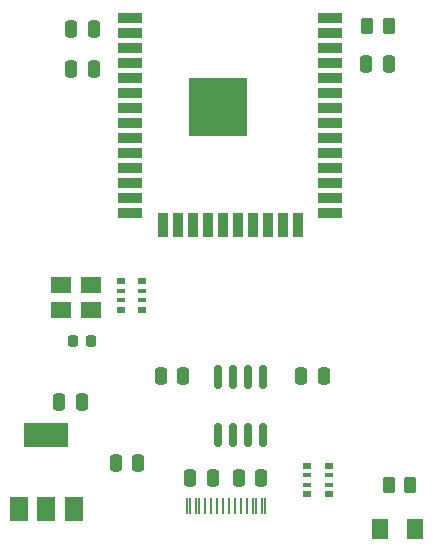
<source format=gbr>
%TF.GenerationSoftware,KiCad,Pcbnew,(5.99.0-9526-g5c17ff0595)*%
%TF.CreationDate,2021-04-11T17:42:09-05:00*%
%TF.ProjectId,DualingDev-ESP32,4475616c-696e-4674-9465-762d45535033,rev?*%
%TF.SameCoordinates,Original*%
%TF.FileFunction,Paste,Top*%
%TF.FilePolarity,Positive*%
%FSLAX46Y46*%
G04 Gerber Fmt 4.6, Leading zero omitted, Abs format (unit mm)*
G04 Created by KiCad (PCBNEW (5.99.0-9526-g5c17ff0595)) date 2021-04-11 17:42:09*
%MOMM*%
%LPD*%
G01*
G04 APERTURE LIST*
G04 Aperture macros list*
%AMRoundRect*
0 Rectangle with rounded corners*
0 $1 Rounding radius*
0 $2 $3 $4 $5 $6 $7 $8 $9 X,Y pos of 4 corners*
0 Add a 4 corners polygon primitive as box body*
4,1,4,$2,$3,$4,$5,$6,$7,$8,$9,$2,$3,0*
0 Add four circle primitives for the rounded corners*
1,1,$1+$1,$2,$3*
1,1,$1+$1,$4,$5*
1,1,$1+$1,$6,$7*
1,1,$1+$1,$8,$9*
0 Add four rect primitives between the rounded corners*
20,1,$1+$1,$2,$3,$4,$5,0*
20,1,$1+$1,$4,$5,$6,$7,0*
20,1,$1+$1,$6,$7,$8,$9,0*
20,1,$1+$1,$8,$9,$2,$3,0*%
G04 Aperture macros list end*
%ADD10RoundRect,0.250000X-0.250000X-0.475000X0.250000X-0.475000X0.250000X0.475000X-0.250000X0.475000X0*%
%ADD11RoundRect,0.250000X-0.262500X-0.450000X0.262500X-0.450000X0.262500X0.450000X-0.262500X0.450000X0*%
%ADD12RoundRect,0.250001X-0.462499X-0.624999X0.462499X-0.624999X0.462499X0.624999X-0.462499X0.624999X0*%
%ADD13R,0.800000X0.500000*%
%ADD14R,0.800000X0.400000*%
%ADD15RoundRect,0.250000X0.250000X0.475000X-0.250000X0.475000X-0.250000X-0.475000X0.250000X-0.475000X0*%
%ADD16R,1.800000X1.400000*%
%ADD17R,0.250000X1.400000*%
%ADD18RoundRect,0.218750X-0.218750X-0.256250X0.218750X-0.256250X0.218750X0.256250X-0.218750X0.256250X0*%
%ADD19RoundRect,0.150000X0.150000X-0.825000X0.150000X0.825000X-0.150000X0.825000X-0.150000X-0.825000X0*%
%ADD20R,2.000000X0.900000*%
%ADD21R,0.900000X2.000000*%
%ADD22R,5.000000X5.000000*%
%ADD23R,1.500000X2.000000*%
%ADD24R,3.800000X2.000000*%
G04 APERTURE END LIST*
D10*
%TO.C,C9*%
X117900000Y-55200000D03*
X119800000Y-55200000D03*
%TD*%
D11*
%TO.C,R2*%
X142975000Y-55000000D03*
X144800000Y-55000000D03*
%TD*%
D10*
%TO.C,C7*%
X142900000Y-58200000D03*
X144800000Y-58200000D03*
%TD*%
%TO.C,C2*%
X132100000Y-93200000D03*
X134000000Y-93200000D03*
%TD*%
D12*
%TO.C,D3*%
X144025000Y-97600000D03*
X147000000Y-97600000D03*
%TD*%
D13*
%TO.C,RN1*%
X139700000Y-94600000D03*
D14*
X139700000Y-93800000D03*
X139700000Y-93000000D03*
D13*
X139700000Y-92200000D03*
X137900000Y-92200000D03*
D14*
X137900000Y-93000000D03*
X137900000Y-93800000D03*
D13*
X137900000Y-94600000D03*
%TD*%
D10*
%TO.C,C3*%
X121700000Y-92000000D03*
X123600000Y-92000000D03*
%TD*%
%TO.C,C4*%
X116900000Y-86800000D03*
X118800000Y-86800000D03*
%TD*%
%TO.C,C8*%
X117900000Y-58600000D03*
X119800000Y-58600000D03*
%TD*%
D15*
%TO.C,C1*%
X129900000Y-93200000D03*
X128000000Y-93200000D03*
%TD*%
D16*
%TO.C,D1*%
X119600000Y-76900000D03*
X117000000Y-76900000D03*
X119600000Y-79000000D03*
X117000000Y-79000000D03*
%TD*%
D11*
%TO.C,R1*%
X144775000Y-93800000D03*
X146600000Y-93800000D03*
%TD*%
D17*
%TO.C,P1*%
X127675000Y-95612500D03*
X128475000Y-95612500D03*
X129750000Y-95612500D03*
X130750000Y-95612500D03*
X131250000Y-95612500D03*
X129250000Y-95612500D03*
X133525000Y-95612500D03*
X134325000Y-95612500D03*
X134075000Y-95612500D03*
X133275000Y-95612500D03*
X132750000Y-95612500D03*
X131750000Y-95612500D03*
X130250000Y-95612500D03*
X132250000Y-95612500D03*
X128725000Y-95612500D03*
X127925000Y-95612500D03*
%TD*%
D18*
%TO.C,D2*%
X118025000Y-81600000D03*
X119600000Y-81600000D03*
%TD*%
D13*
%TO.C,RN2*%
X123900000Y-79000000D03*
D14*
X123900000Y-78200000D03*
X123900000Y-77400000D03*
D13*
X123900000Y-76600000D03*
X122100000Y-76600000D03*
D14*
X122100000Y-77400000D03*
X122100000Y-78200000D03*
D13*
X122100000Y-79000000D03*
%TD*%
D19*
%TO.C,U2*%
X130330000Y-89600000D03*
X131600000Y-89600000D03*
X132870000Y-89600000D03*
X134140000Y-89600000D03*
X134140000Y-84650000D03*
X132870000Y-84650000D03*
X131600000Y-84650000D03*
X130330000Y-84650000D03*
%TD*%
D15*
%TO.C,C6*%
X139300000Y-84600000D03*
X137400000Y-84600000D03*
%TD*%
D20*
%TO.C,U3*%
X122850000Y-54315000D03*
X122850000Y-55585000D03*
X122850000Y-56855000D03*
X122850000Y-58125000D03*
X122850000Y-59395000D03*
X122850000Y-60665000D03*
X122850000Y-61935000D03*
X122850000Y-63205000D03*
X122850000Y-64475000D03*
X122850000Y-65745000D03*
X122850000Y-67015000D03*
X122850000Y-68285000D03*
X122850000Y-69555000D03*
X122850000Y-70825000D03*
D21*
X125635000Y-71825000D03*
X126905000Y-71825000D03*
X128175000Y-71825000D03*
X129445000Y-71825000D03*
X130715000Y-71825000D03*
X131985000Y-71825000D03*
X133255000Y-71825000D03*
X134525000Y-71825000D03*
X135795000Y-71825000D03*
X137065000Y-71825000D03*
D20*
X139850000Y-70825000D03*
X139850000Y-69555000D03*
X139850000Y-68285000D03*
X139850000Y-67015000D03*
X139850000Y-65745000D03*
X139850000Y-64475000D03*
X139850000Y-63205000D03*
X139850000Y-61935000D03*
X139850000Y-60665000D03*
X139850000Y-59395000D03*
X139850000Y-58125000D03*
X139850000Y-56855000D03*
X139850000Y-55585000D03*
X139850000Y-54315000D03*
D22*
X130350000Y-61815000D03*
%TD*%
D23*
%TO.C,U1*%
X113500000Y-95900000D03*
D24*
X115800000Y-89600000D03*
D23*
X115800000Y-95900000D03*
X118100000Y-95900000D03*
%TD*%
D10*
%TO.C,C5*%
X125500000Y-84600000D03*
X127400000Y-84600000D03*
%TD*%
M02*

</source>
